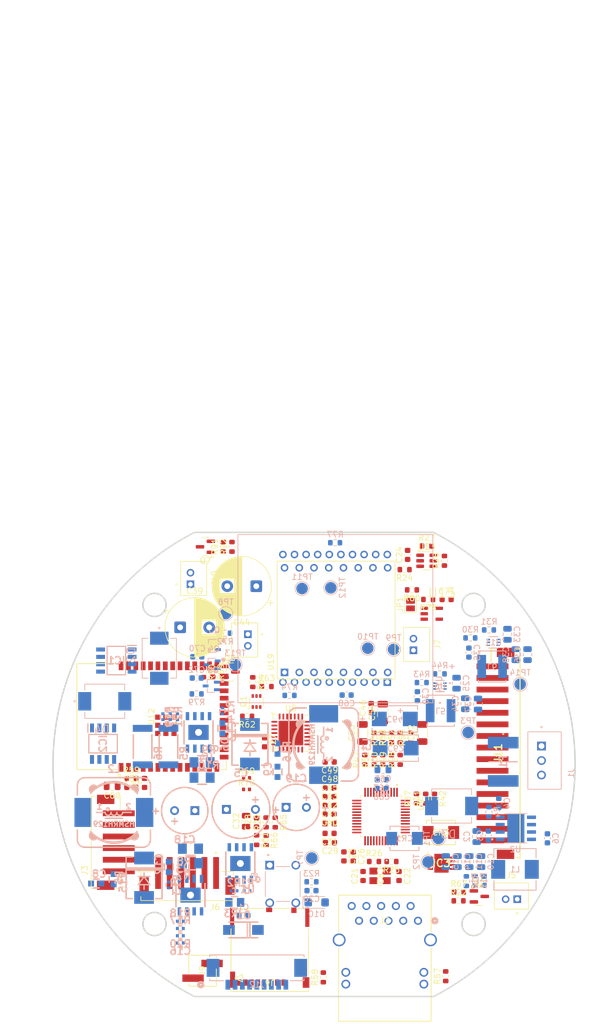
<source format=kicad_pcb>
(kicad_pcb (version 20241229) (generator "pcbnew") (generator_version "9.0")
  (layers (0 "F.Cu" signal) (2 "B.Cu" signal) (13 "F.Paste" user) (15 "B.Paste" user) (5 "F.SilkS" user "F.Silkscreen") (7 "B.SilkS" user "B.Silkscreen") (1 "F.Mask" user) (3 "B.Mask" user) (25 "Edge.Cuts" user))
  (net 0 "")
  (net 1 "GND")
  (net 2 "/MCU/~{EN_RST}")
  (net 3 "+3V3")
  (net 4 "+3V9")
  (net 5 "/MCU/SETUP")
  (net 6 "+12VDC")
  (net 7 "Net-(C4-Pad1)")
  (net 8 "/MCU/CELL_STATUS")
  (net 9 "/MCU/RX")
  (net 10 "/MCU/TX")
  (net 11 "/MCU/~{RTS}")
  (net 12 "/MCU/~{DTR}")
  (net 13 "/MCU/~{SD_CS}")
  (net 14 "Net-(U2-SW)")
  (net 15 "Net-(U2-BOOT)")
  (net 16 "Net-(U2-FB)")
  (net 17 "+5VDC")
  (net 18 "+5V")
  (net 19 "/MCU/~{PROG_RST}")
  (net 20 "Net-(U6-SW)")
  (net 21 "/MCU/IO0")
  (net 22 "Net-(U6-BST)")
  (net 23 "Net-(U14-~{RESET})")
  (net 24 "/MCU/CELL_ON_OFF")
  (net 25 "Net-(U14-ON_OFF)")
  (net 26 "/MCU/LED")
  (net 27 "/MCU/CELL_RST")
  (net 28 "/MCU/~{WD_RESET}")
  (net 29 "/MCU/WD_DONE")
  (net 30 "/MCU/CELL_RTS")
  (net 31 "/MCU/CELL_TX")
  (net 32 "/MCU/CELL_RX")
  (net 33 "/MCU/CELL_CTS")
  (net 34 "Net-(C21-Pad1)")
  (net 35 "Net-(U9-XI)")
  (net 36 "/Poe/POE+")
  (net 37 "/Poe/POE-")
  (net 38 "+12VP")
  (net 39 "+12V")
  (net 40 "+3.3VA")
  (net 41 "Net-(D3-PadA)")
  (net 42 "+5VP")
  (net 43 "Net-(F1-Pad1)")
  (net 44 "Net-(IC3-IN1)")
  (net 45 "Net-(IC3-IN4)")
  (net 46 "Net-(IC3-IN2)")
  (net 47 "Net-(IC3-IN3)")
  (net 48 "/Poe/TXP")
  (net 49 "/Poe/ACTLED")
  (net 50 "Net-(J2-RD+)")
  (net 51 "Net-(J2-RD-)")
  (net 52 "/Poe/LINKLED")
  (net 53 "Net-(J2-ANODE-Pad13)")
  (net 54 "Net-(J2-TCT)")
  (net 55 "Net-(J2-ANODE-Pad11)")
  (net 56 "Net-(J2-RCT)")
  (net 57 "/Poe/TXN")
  (net 61 "Net-(Q2-D)")
  (net 62 "/Outputs/SPK2")
  (net 63 "/Outputs/SPK1")
  (net 64 "Net-(Q6-D)")
  (net 65 "Net-(Q7-D)")
  (net 66 "/Outputs/SPARE1")
  (net 67 "/Outputs/MM_CTS")
  (net 69 "/Outputs/LED2")
  (net 70 "/Outputs/~{MM_RST}")
  (net 71 "/Outputs/MM_RX")
  (net 72 "/Outputs/MM_TX")
  (net 73 "/Outputs/SPARE2")
  (net 74 "/Outputs/MM_RTS")
  (net 75 "/Outputs/LED1")
  (net 77 "/Outputs/LED3")
  (net 79 "/Outputs/MM_SOP")
  (net 81 "/Outputs/MM_SYNC")
  (net 82 "Net-(Q1A-B1)")
  (net 83 "Net-(Q1B-B2)")
  (net 84 "Net-(Q2-G)")
  (net 85 "Net-(Q3-Pad1)")
  (net 86 "Net-(U14-STATUS)")
  (net 87 "Net-(Q6-G)")
  (net 88 "Net-(Q7-G)")
  (net 89 "Net-(U9-XO)")
  (net 90 "Net-(U9-PMODE2)")
  (net 91 "Net-(U9-PMODE1)")
  (net 92 "Net-(U9-PMODE0)")
  (net 93 "Net-(U6-FB)")
  (net 94 "/Poe/EXRES1")
  (net 95 "Net-(U9-RXN)")
  (net 96 "Net-(C54-Pad1)")
  (net 97 "/Poe/RXP")
  (net 98 "Net-(U13-DELAY{slash}M_RST)")
  (net 99 "Net-(U14-DTR)")
  (net 102 "/Poe/TOCAP")
  (net 109 "/Poe/MISO")
  (net 110 "/Poe/1V2")
  (net 111 "/Poe/MOSI")
  (net 112 "/Poe/~{SCSn}")
  (net 117 "/Poe/~{INTn}")
  (net 118 "/Poe/~{RSTn}")
  (net 119 "/Poe/SCLK")
  (net 128 "/Outputs/DF_RX")
  (net 130 "/Outputs/DF_BUSY")
  (net 131 "/Outputs/DF_TX")
  (net 138 "/Outputs/BUZZ")
  (net 139 "/Outputs/STROBE")
  (net 140 "Net-(C8-Pad1)")
  (net 141 "Net-(C9-Pad1)")
  (net 142 "Net-(D5-K)")
  (net 143 "Net-(C12-Pad2)")
  (net 144 "Net-(D6-K)")
  (net 145 "Net-(C13-Pad2)")
  (net 146 "Net-(U3-FB)")
  (net 147 "Net-(U4-FB)")
  (net 148 "Net-(U1-CLS)")
  (net 149 "Net-(U1-DEN)")
  (net 150 "Net-(R7-Pad1)")
  (net 151 "Net-(R10-Pad1)")
  (net 152 "Net-(U3-BS)")
  (net 153 "Net-(U4-BS)")
  (net 154 "Net-(U1-CDB)")
  (net 158 "Net-(U11-SW)")
  (net 159 "Net-(U11-BST)")
  (net 160 "/Expander/~{SD_CS}")
  (net 161 "/Expander/SD_DETECT")
  (net 162 "/Outputs/CAM_SD_SCLK")
  (net 163 "/Outputs/CAM_SD_MOSI")
  (net 164 "/Outputs/CAM_SD_MISO")
  (net 165 "/Outputs/~{CAM_CS}")
  (net 166 "/MCU/USB+")
  (net 167 "/MCU/USB-")
  (net 168 "/Poe/PGOOD")
  (net 169 "Net-(U11-FB)")
  (net 170 "/MCU/SDA")
  (net 171 "/MCU/SCL")
  (net 172 "/Expander/CELL_ON_OFF")
  (net 174 "/Expander/CELL_RST")
  (net 177 "/Expander/~{MM_RST}")
  (net 178 "/Expander/MM_SOP")
  (net 183 "/Expander/~{RSTn}")
  (net 185 "/Expander/MM_SYNC")
  (net 186 "/Expander/CELL_STATUS")
  (net 189 "/MCU/DF_RX")
  (net 190 "/MCU/ETH_SCLK")
  (net 191 "/MCU/~{INTn}")
  (net 192 "/MCU/CAM_SD_MOSI")
  (net 193 "/MCU/ETH_MOSI")
  (net 195 "/MCU/MM_CTS")
  (net 196 "/MCU/LED2")
  (net 197 "/MCU/~{CAM_CS}")
  (net 198 "/MCU/CAM_SD_MISO")
  (net 199 "/MCU/ETH_CS")
  (net 200 "/MCU/MM_RX")
  (net 201 "/MCU/CAM_SD_CLK")
  (net 202 "/MCU/LED1")
  (net 203 "/MCU/ETH_MISO")
  (net 205 "/MCU/MM_RTS")
  (net 207 "/MCU/LED3")
  (net 208 "/MCU/MM_TX")
  (net 209 "/MCU/DF_TX")
  (net 210 "/Expander/CAM_SD_MOSI")
  (net 211 "/Expander/CAM_SD_MISO")
  (net 212 "/Expander/CAM_SD_SCK")
  (net 213 "/Expander/WD_DONE")
  (net 216 "/Expander/~{IO_RST}")
  (net 217 "/Expander/SCL")
  (net 218 "/Expander/SDA")
  (net 220 "/MCU/~{IO_RST}")
  (footprint "Capacitor_SMD:C_1206_3216Metric" (layer "F.Cu") (at 161.151 85.375525 90)
    (property "Reference" "C52")
    (property "Value" "22nF")
  )
  (footprint "DFR0299:MODULE_DFR0299" (layer "F.Cu") (at 146.304 65.913 90)
    (property "Reference" "U19")
    (property "Value" "DFR0299")
  )
  (footprint "Resistor_SMD:R_0603_1608Metric" (layer "F.Cu") (at 144.1 127.5 90)
    (property "Reference" "R58")
    (property "Value" "330")
  )
  (footprint "Capacitor_SMD:C_0603_1608Metric" (layer "F.Cu") (at 165.354 62.357)
    (property "Reference" "C71")
    (property "Value" "0.1uF")
  )
  (footprint "Resistor_SMD:R_0603_1608Metric" (layer "F.Cu") (at 123.444 74.93 -90)
    (property "Reference" "R90")
    (property "Value" "100")
  )
  (footprint "Capacitor_THT:CP_Radial_D10.0mm_P5.00mm" (layer "F.Cu") (at 119.4215 67.17)
    (property "Reference" "C39")
    (property "Value" "470uF")
  )
  (footprint "74AHC1G08:SOT95P280X140-5N" (layer "F.Cu") (at 162.7886 64.8208)
    (property "Reference" "U15")
    (property "Value" "74AHC1G08")
  )
  (footprint "Jumper:SolderJumper-2_P1.3mm_Open_Pad1.0x1.5mm" (layer "F.Cu") (at 159.131 63.246 90)
    (property "Reference" "JP1")
    (property "Value" "SolderJumper_2_Open")
  )
  (footprint "Capacitor_SMD:C_1206_3216Metric" (layer "F.Cu") (at 154.351 81.875525 90)
    (property "Reference" "C54")
    (property "Value" "6.9nF")
  )
  (footprint "Resistor_SMD:R_0603_1608Metric" (layer "F.Cu") (at 130.9746 82.4992 180)
    (property "Reference" "R62")
    (property "Value" "10k")
  )
  (footprint "Package_TO_SOT_SMD:SOT-23" (layer "F.Cu") (at 123.782177 53.285 180)
    (property "Reference" "Q7")
    (property "Value" "AO3400A")
  )
  (footprint "Resistor_SMD:R_0603_1608Metric" (layer "F.Cu") (at 152.851 90.000525 90)
    (property "Reference" "R51")
    (property "Value" "0")
  )
  (footprint "Resistor_SMD:R_0603_1608Metric" (layer "F.Cu") (at 132.6088 103.836 -90)
    (property "Reference" "R61")
    (property "Value" "10k")
  )
  (footprint "Capacitor_SMD:C_0805_2012Metric" (layer "F.Cu") (at 107.696 94.488 180)
    (property "Reference" "C60")
    (property "Value" "10uF")
  )
  (footprint "Capacitor_SMD:C_0603_1608Metric" (layer "F.Cu") (at 145.201 91.875525 180)
    (property "Reference" "C48")
    (property "Value" "0.1uF")
  )
  (footprint "Resistor_SMD:R_0603_1608Metric" (layer "F.Cu") (at 165.2 127.3 90)
    (property "Reference" "R57")
    (property "Value" "330")
  )
  (footprint "B2B-PH-K-S:JST_B2B-PH-K-S" (layer "F.Cu") (at 176.53 113.4795)
    (property "Reference" "J5")
    (property "Value" "B2B-PH-K-S")
  )
  (footprint "Resistor_SMD:R_0603_1608Metric" (layer "F.Cu") (at 131.9398 76.6064 -90)
    (property "Reference" "R64")
    (property "Value" "10k")
  )
  (footprint "Capacitor_SMD:C_0603_1608Metric" (layer "F.Cu") (at 145.201 93.375525 180)
    (property "Reference" "C45")
    (property "Value" "0.1uF")
  )
  (footprint "ESP32-S3-WROOM-1-N16R8:ESP32-S3-WROOM-1_EXP" (layer "F.Cu") (at 114.5 82.55 90)
    (property "Reference" "U12")
    (property "Value" "ESP32-S3-WROOM-1-N16R8")
  )
  (footprint "Resistor_SMD:R_0603_1608Metric" (layer "F.Cu") (at 151.251 90.000525 90)
    (property "Reference" "R47")
    (property "Value" "12.4k 1%")
  )
  (footprint "Capacitor_SMD:C_0603_1608Metric" (layer "F.Cu") (at 150.951 110.026525 90)
    (property "Reference" "C21")
    (property "Value" "18pF")
  )
  (footprint "Resistor_SMD:R_0603_1608Metric" (layer "F.Cu") (at 157.351 90.000525 90)
    (property "Reference" "R48")
    (property "Value" "0")
  )
  (footprint "Capacitor_SMD:C_0603_1608Metric" (layer "F.Cu") (at 157.151 110.026525 -90)
    (property "Reference" "C22")
    (property "Value" "18pF")
  )
  (footprint "Capacitor_SMD:C_0603_1608Metric" (layer "F.Cu") (at 110.998 94.742)
    (property "Reference" "C61")
    (property "Value" "0.1uF")
  )
  (footprint "Resistor_SMD:R_0603_1608Metric" (layer "F.Cu") (at 159.151 86.175525 90)
    (property "Reference" "R56")
    (property "Value" "10 1%")
  )
  (footprint "Capacitor_SMD:C_0603_1608Metric" (layer "F.Cu") (at 145.176 99.375525 180)
    (property "Reference" "C40")
    (property "Value" "0.1uF")
  )
  (footprint "87898-0204:87898-0204_MOL" (layer "F.Cu") (at 123.28398 126.365 90)
    (property "Reference" "J9")
    (property "Value" "878980204")
  )
  (footprint "Capacitor_SMD:C_0603_1608Metric" (layer "F.Cu") (at 133.985 86.982 -90)
    (property "Reference" "C27")
    (property "Value" "0.1uF")
  )
  (footprint "ARJM11D7_114_AB_EW2:CONN_ARJM11D7-114-AB-EW2_ABR" (layer "F.Cu") (at 160.419999 117.739999)
    (property "Reference" "J2")
    (property "Value" "ARJM11D7-114-AB-EW2")
  )
  (footprint "Capacitor_SMD:C_0805_2012Metric" (layer "F.Cu") (at 130.78 100.5848 90)
    (property "Reference" "C32")
    (property "Value" "10uF")
  )
  (footprint "Capacitor_SMD:C_0603_1608Metric" (layer "F.Cu") (at 147.651 106.650525 -90)
    (property "Reference" "C23")
    (property "Value" "18pF")
  )
  (footprint "Resistor_SMD:R_0603_1608Metric" (layer "F.Cu") (at 159.385 60.706 180)
    (property "Reference" "R80")
    (property "Value" "10k")
  )
  (footprint "Resistor_SMD:R_0603_1608Metric" (layer "F.Cu") (at 125.044 74.855 -90)
    (property "Reference" "R89")
    (property "Value" "100k")
  )
  (footprint "Package_TO_SOT_SMD:SOT-23" (layer "F.Cu") (at 170.9875 113.5455)
    (property "Reference" "Q2")
    (property "Value" "BSS138")
  )
  (footprint "Capacitor_SMD:C_0603_1608Metric" (layer "F.Cu") (at 149.251 106.675525 -90)
    (property "Reference" "C26")
    (property "Value" "0.1uF")
  )
  (footprint "Capacitor_SMD:C_0603_1608Metric" (layer "F.Cu") (at 145.176 94.875525 180)
    (property "Reference" "C43")
    (property "Value" "0.1uF")
  )
  (footprint "Resistor_SMD:R_0603_1608Metric" (layer "F.Cu") (at 155.851 86.175525 90)
    (property "Reference" "R54")
    (property "Value" "49.9 1%")
  )
  (footprint "Resistor_SMD:R_0603_1608Metric" (layer "F.Cu") (at 163.251 96.700525 -90)
    (property "Reference" "R42")
    (property "Value" "10k")
  )
  (footprint "5033981892:CONN_503398-1892_MOL" (layer "F.Cu") (at 134.862001 122.7739 180)
    (property "Reference" "J4")
    (property "Value" "5033981892")
  )
  (footprint "Resistor_SMD:R_0603_1608Metric" (layer "F.Cu") (at 134.2344 100.788 90)
    (property "Reference" "R29")
    (property "Value" "10k")
  )
  (footprint "Package_TO_SOT_SMD:SOT-23" (layer "F.Cu") (at 128.0065 74.855)
    (property "Reference" "Q6")
    (property "Value" "AO3400A")
  )
  (footprint "Capacitor_SMD:C_0603_1608Metric" (layer "F.Cu") (at 113.284 93.98 90)
    (property "Reference" "C57")
    (property "Value" "1uF")
  )
  (footprint "B6B-PH-SM4-TB:JST_B6B-PH-SM4-TB" (layer "F.Cu") (at 106.589 104.22 90)
    (property "Reference" "J3")
    (property "Value" "B6B-PH-SM4-TB")
  )
  (footprint "Package_TO_SOT_SMD:SOT-23-6" (layer "F.Cu") (at 161.9305 55.692)
    (property "Reference" "U13")
    (property "Value" "TPL5010")
  )
  (footprint "Resistor_SMD:R_0603_1608Metric" (layer "F.Cu") (at 110.998 93.218)
    (property "Reference" "R59")
    (property "Value" "10k")
  )
  (footprint "Resistor_SMD:R_0603_1608Metric" (layer "F.Cu") (at 152.851 107.526525)
    (property "Reference" "R26")
    (property "Value" "1M")
  )
  (footprint "SMBJ15A:DO-214AASMB_J-BEND_LTF" (layer "F.Cu") (at 164.365 102.523)
    (property "Reference" "CR3")
    (property "Value" "SMBJ15A")
  )
  (footprint "Resistor_SMD:R_0603_1608Metric" (layer "F.Cu") (at 154.351 90.000525 90)
    (property "Reference" "R50")
    (property "Value" "0")
  )
  (footprint "Resistor_SMD:R_0603_1608Metric" (layer "F.Cu") (at 158.1205 57.216 180)
    (property "Reference" "R24")
    (property "Value" "42.9k")
  )
  (footprint "B2B-PH-K-S:JST_B2B-PH-K-S" (layer "F.Cu") (at 160.189 70.12 -90)
    (property "Reference" "J7")
    (property "Value" "B2B-PH-K-S")
  )
  (footprint "Resistor_SMD:R_0603_1608Metric" (layer "F.Cu") (at 134.2344 103.8868 -90)
    (property "Reference" "R66")
    (property "Value" "10k")
  )
  (footprint "B2B-PH-K-S:JST_B2B-PH-K-S" (layer "F.Cu") (at 130.544 69.355 90)
    (property "Reference" "J8")
    (property "Value" "B2B-PH-K-S")
  )
  (footprint "Resistor_SMD:R_0603_1608Metric" (layer "F.Cu") (at 134.3274 77.3684)
    (property "Reference" "R63")
    (property "Value" "10k")
  )
  (footprint "B2B-PH-K-S:JST_B2B-PH-K-S" (layer "F.Cu") (at 121.750177 58.746 -90)
    (property "Reference" "J10")
    (property "Value" "B2B-PH-K-S")
  )
  (footprint "Capacitor_SMD:C_0603_1608Metric" (layer "F.Cu") (at 132.588 100.8002 90)
    (property "Reference" "C28")
    (property "Value" "0.1uF")
  )
  (footprint "B6B-PH-SM4-TB:JST_B6B-PH-SM4-TB" (layer "F.Cu") (at 120.616 111.76 180)
    (property "Reference" "J6")
    (property "Value" "B6B-PH-SM4-TB")
  )
  (footprint "W5500:QFP50P900X900X160-48N" (layer "F.Cu") (at 154.051 99.775525 -90)
    (property "Reference" "U9")
    (property "Value" "W5500")
  )
  (footprint "Resistor_SMD:R_0603_1608Metric" (layer "F.Cu") (at 161.751 96.700525 90)
    (property "Reference" "R41")
    (property "Value" "10k")
  )
  (footprint "B16B-PH-SM4-TB_LF__SN_:B16BPHSM4TBLFSN" (layer "F.Cu") (at 175.514 88.89 -90)
    (property "Reference" "J11")
    (property "Value" "B16B-PH-SM4-TB_LF__SN_" (hide yes))
  )
  (footprint "BOURNS_MH1608:IND_BOURNS_MH1608" (layer "F.Cu") (at 145.176 100.975525 180)
    (property "Reference" "L4")
    (property "Value" "MH1608-121Y")
  )
  (footprint "Capacitor_SMD:C_0603_1608Metric" (layer "F.Cu") (at 145.201 90.375525 180)
    (property "Reference" "C49")
    (property "Value" "10uF")
  )
  (footprint "Resistor_SMD:R_0603_1608Metric" (layer "F.Cu") (at 135.8092 100.8002 -90)
    (property "Reference" "R65")
    (property "Value" "10k")
  )
  (footprint "Resistor_SMD:R_0603_1608Metric" (layer "F.Cu") (at 167.417 114.3075)
    (property "Reference" "R22")
    (property "Value" "10k")
  )
  (footprint "Resistor_SMD:R_0603_1608Metric" (layer "F.Cu") (at 155.851 107.526525 180)
    (property "Reference" "R25")
    (property "Value" "0")
  )
  (footprint "Resistor_SMD:R_0402_1005Metric" (layer "F.Cu") (at 130.8608 93.1076)
    (property "Reference" "R69")
    (property "Value" "10k_0402_0402WGF1002TCE")
  )
  (footprint "Resistor_SMD:R_0603_1608Metric" (layer "F.Cu") (at 162.179 62.357 180)
    (property "Reference" "R78")
    (property "Value" "10k")
  )
  (footprint "Resistor_SMD:R_0603_1608Metric" (layer "F.Cu") (at 167.48 112.7835)
    (property "Reference" "R67")
    (property "Value" "100")
  )
  (footprint "Capacitor_SMD:C_0603_1608Metric" (layer "F.Cu") (at 152.351 81.075525 90)
    (property "Reference" "C46")
    (property "Value" "10nF")
  )
  (footprint "Resistor_SMD:R_0603_1608Metric" (layer "F.Cu") (at 157.351 86.200525 90)
    (property "Reference" "R52")
    (property "Value" "49.9 1%")
  )
  (footprint "Capacitor_SMD:C_0603_1608Metric" (layer "F.Cu") (at 158.6285 54.676 90)
    (property "Reference" "C24")
    (property "Value" "0.1uF")
  )
  (footprint "Resistor_SMD:R_0603_1608Metric" (layer "F.Cu") (at 126.830177 53.285 90)
    (property "Reference" "R91")
    (property "Value" "100k")
  )
  (footprint "Capacitor_SMD:C_1206_3216Metric" (layer "F.Cu") (at 150.851 85.375525 90)
    (property "Reference" "C53")
    (property "Value" "6.9nF")
  )
  (footprint "Package_TO_SOT_SMD:SOT-363_SC-70-6" (layer "F.Cu") (at 132.5852 79.949 90)
    (property "Reference" "Q1")
    (property "Value" "MBT3904DW1")
  )
  (footprint "Capacitor_SMD:C_0603_1608Metric" (layer "F.Cu") (at 145.176 97.875525 180)
    (property "Reference" "C41")
    (property "Value" "0.1uF")
  )
  (footprint "Resistor_SMD:R_0603_1608Metric" (layer "F.Cu") (at 164.9785 55.692 90)
    (property "Reference" "R28")
    (property "Value" "10k")
  )
  (footprint "Capacitor_SMD:C_0603_1608Metric" (layer "F.Cu") (at 145.151 96.375525 180)
    (property "Reference" "C42")
    (property "Value" "0.1uF")
  )
  (footprint "Package_DFN_QFN:QFN-28-1EP_6x6mm_P0.65mm_EP4.25x4.25mm" (layer "F.Cu") (at 138.5135 85.389)
    (property "Reference" "U5")
    (property "Value" "MCP23017_ML")
  )
  (footprint "Resistor_SMD:R_0603_1608Metric" (layer "F.Cu") (at 152.851 86.175525 -90)
    (property "Reference" "R53")
    (property "Value" "82 1%")
  )
  (footprint "Resistor_SMD:R_0402_1005Metric" (layer "F.Cu") (at 130.8608 95.0976)
    (property "Reference" "R70")
    (property "Value" "10k_0402_0402WGF1002TCE")
  )
  (footprint "Resistor_SMD:R_0603_1608Metric" (layer "F.Cu") (at 128.354177 53.285 90)
    (property "Reference" "R92")
    (property "Value" "100")
  )
  (footprint "Capacitor_SMD:C_0603_1608Metric" (layer "F.Cu") (at 145.251 104.275525 180)
    (property "Reference" "C29")
    (property "Value" "10nF")
  )
  (footprint "Resistor_SMD:R_0603_1608Metric" (layer "F.Cu") (at 154.351 86.175525 90)
    (property "Reference" "R55")
    (property "Value" "82 1%")
  )
  (footprint "Capacitor_SMD:C_0603_1608Metric" (layer "F.Cu") (at 145.176 102.675525 180)
    (property "Reference" "C31")
    (property "Value" "10nF")
  )
  (footprint "Resistor_SMD:R_0603_1608Metric" (layer "F.Cu") (at 160.151 96.700525 90)
    (property "Reference" "R37")
    (property "Value" "10k")
  )
  (footprint "KTA1170GVAE-TB:SON65P400X400X80-9N" (layer "F.Cu") (at 164.465 107.823)
    (property "Reference" "IC3")
    (property "Value" "KTA1170GVAE-TB" (hide yes))
  )
  (footprint "7M_25_000MAAJ_T:CRYSTAL_TXC_7M" (layer "F.Cu") (at 153.8813 110.001025 -90)
    (property "Reference" "CR2")
    (property "Value" "7M-25.000MAAJ-T")
  )
  (footprint "Capacitor_THT:CP_Radial_D10.0mm_P5.00mm" (layer "F.Cu") (at 132.542677 60.071 180)
    (property "Reference" "C44")
    (property "Value" "470uF")
  )
  (footprint "Resistor_SMD:R_0603_1608Metric" (layer "F.Cu") (at 161.9305 53.152)
    (property "Reference" "R27")
    (property "Value" "10k")
  )
  (footprint "Resistor_SMD:R_0603_1608Metric" (layer "F.Cu") (at 155.851 90.000525 90)
    (property "Reference" "R49")
    (property "Value" "0")
  )
  (footprint "B3B-XH-A:JST_B3B-XH-A" (layer "B.Cu") (at 182.2366 90.1236 90)
    (property "Reference" "J1")
    (property "Value" "B3B-XH-A")
  )
  (footprint "T495X107M025ATE150:CAPMP7.6X4.3_4.3N_KEM" (layer "B.Cu") (at 156.5656 87.9856)
    (property "Reference" "C62")
    (property "Value" "100uF")
  )
  (footprint "Capacitor_SMD:C_0805_2012Metric" (layer "B.Cu") (at 170.766 80.384 -90)
    (property "Reference" "C37")
    (property "Value" "22uF")
  )
  (footprint "PDTC114EU_115:SOT65P210X110-3N" (layer "B.Cu") (at 124.968 70.358 180)
    (property "Reference" "Q3")
    (property "Value" "PDTC114EU_115")
  )
  (footprint "OLIMEX_RLC-FP:R_2512_MM_DWS" (layer "B.Cu") (at 117.4068 87.722 90)
    (property "Reference" "R5")
    (property "Value" "9.1k/1W/R2512")
  )
  (footprint "Resistor_SMD:R_0603_1608Metric" (layer "B.Cu") (at 122.2634 78.6384)
    (property "Reference" "R79")
    (property "Value" "10k")
  )
  (footprint "LMR33630ADDAR:VREG_LM5017MR_NOPB" (layer "B.Cu") (at 177.2866 101.8066)
    (property "Reference" "U2")
    (property "Value" "LMR33630ADDAR")
  )
  (footprint "Capacitor_SMD:C_0603_1608Metric" (layer "B.Cu") (at 154.178 94.9452)
    (property "Reference" "C66")
    (property "Value" "0.1uF")
  )
  (footprint "OLIMEX_RLC-FP:C_0603_5MIL_DWS" (layer "B.Cu") (at 117.4528 108.461 -90)
    (property "Reference" "C12")
    (property "Value" "100nF/100V/10%/X7R/C0603")
  )
  (footprint "TestPoint:TestPoint_Pad_D2.0mm" (layer "B.Cu") (at 140.4366 60.4774 180)
    (property "Reference" "TP11")
    (property "Value" "TestPoint")
  )
  (footprint "TestPoint:TestPoint_Pad_D2.0mm" (layer "B.Cu") (at 162.1536 107.6096 -90)
    (property "Reference" "TP2")
    (property "Value" "5VIN")
  )
  (footprint "Resistor_SMD:R_0603_1608Metric" (layer "B.Cu") (at 172.6594 67.6148 180)
    (property "Reference" "R31")
    (property "Value" "20k 1%")
  )
  (footprint "NRS5024T2R2NMGJ:IND_NRS5024_TAY" (layer "B.Cu") (at 164.316 81.534)
    (property "Reference" "L5")
    (property "Value" "NRS5024T2R2NMGJ-2.2hF")
  )
  (footprint "OLIMEX_RLC-FP:R_0402_5MIL_DWS" (layer "B.Cu") (at 118.9528 82.572 -90)
    (property "Reference" "R19")
    (property "Value" "5.23k/1%/R0402")
  )
  (footprint "Capacitor_SMD:C_0603_1608Metric" (layer "B.Cu") (at 169.1928 71.5134 90)
    (property "Reference" "C35")
    (property "Value" "0.1uF")
  )
  (footprint "Resistor_SMD:R_0603_1608Metric" (layer "B.Cu") (at 168.7576 110.9116 90)
    (property "Reference" "R12")
    (property "Value" "24.9k")
  )
  (footprint "Capacitor_SMD:C_0805_2012Metric" (layer "B.Cu") (at 168.566 80.334 -90)
    (property "Reference" "C34")
    (property "Value" "22uF")
  )
  (footprint "TestPoint:TestPoint_Pad_D2.0mm" (layer "B.Cu") (at 163.9316 103.5456 -90)
    (property "Reference" "TP1")
    (property "Value" "12V")
  )
  (footprint "OLIMEX_Regulators-FP:ESOIC-8" (layer "B.Cu") (at 121.2028 113.322)
    (property "Reference" "U3")
    (property "Value" "TX4138(ESOIC-8)")
  )
  (footprint "TS02-66-55-BK-160-LCR-D:SW_TS02-66-55-BK-160-LCR-D" (layer "B.Cu") (at 137.1092 111.4044 -90)
    (property "Reference" "S1")
    (property "Value" "TS02-66-55-BK-160-LCR-D")
  )
  (footprint "Capacitor_SMD:C_0805_2012Metric" (layer "B.Cu") (at 167.066 76.784 90)
    (property "Reference" "C25")
    (property "Value" "10uF")
  )
  (footprint "SMBJ15A:DO-214AASMB_J-BEND_LTF" (layer "B.Cu") (at 158.0896 103.5456 180)
    (property "Reference" "CR1")
    (property "Value" "SMBJ15A")
  )
  (footprint "Capacitor_SMD:C_0805_2012Metric" (layer "B.Cu") (at 179.302 71.8668 -90)
    (property "Reference" "C36")
    (property "Value" "22uF")
  )
  (footprint "Capacitor_SMD:C_0805_2012Metric" (layer "B.Cu") (at 154.3812 91.5924)
    (property "Reference" "C65")
    (property "Value" "10uF")
  )
  (footprint "TestPoint:TestPoint_Pad_D2.0mm" (layer "B.Cu") (at 169.066 85.284 180)
    (property "Reference" "TP3")
    (property "Value" "3V3")
  )
  (footprint "OLIMEX_RLC-FP:R_0603_5MIL_DWS" (layer "B.Cu") (at 136.2028 88.072 90)
    (property "Reference" "R16")
    (property "Value" "NA(22R/R0603)")
  )
  (footprint "OLIMEX_Regulators-FP:ESOIC-8" (layer "B.Cu") (at 129.7978 107.872 180)
    (property "Reference" "U1")
    (property "Value" "TPS2378DDAR(HSOIC-8)")
  )
  (footprint "PDTC114EU_115:SOT65P210X110-3N" (layer "B.Cu") (at 124.9172 73.6092 180)
    (property "Reference" "Q4")
    (property "Value" "PDTC114EU_115")
  )
  (footprint "OLIMEX_RLC-FP:R_0402_5MIL_DWS" (layer "B.Cu") (at 128.7108 112.572 180)
    (property "Reference" "R2")
    (property "Value" "1.27k 1% 62.5mW")
  )
  (footprint "TestPoint:TestPoint_Pad_D2.0mm" (layer "B.Cu") (at 145.3896 60.3504 90)
    (property "Reference" "TP12")
    (property "Value" "TestPoint")
  )
  (footprint "TestPoint:TestPoint_Pad_D2.0mm" (layer "B.Cu") (at 142.113 106.934 -90)
    (property "Reference" "TP7")
    (property "Value" "TestPoint")
  )
  (footprint "AP62201Z6_7:SOT563-Z6_1_DIO" (layer "B.Cu") (at 164.2151 77.283999 180)
    (property "Reference" "U6")
    (property "Value" "AP62201Z6-7")
  )
  (footprint "OLIMEX_RLC-FP:R_0805_5MIL_DWS" (layer "B.Cu") (at 128.8258 114.572)
    (property "Reference" "R3")
    (property "Value" "66.5R 1% 125mW 0805")
  )
  (footprint "OLIMEX_RLC-FP:C_0603_5MIL_DWS" (layer "B.Cu") (at 104.9528 111.322 180)
    (property "Reference" "C8")
    (property "Value" "NA(220pF/100V/C0603)")
  )
  (footprint "2920L400_15MR:2920L07560MR" (layer "B.Cu") (at 175.1076 90.3396 -90)
    (property "Reference" "F1")
    (property "Value" "2920L400_15MR" (hide yes))
  )
  (footprint "Capacitor_SMD:C_0805_2012Metric" (layer "B.Cu") (at 169.2656 107.5436 90)
    (property "Reference" "C11")
    (property "Value" "22uF")
  )
  (footprint "Capacitor_SMD:C_0805_2012Metric" (layer "B.Cu") (at 170.5356 103.2256 -90)
    (property "Reference" "C2")
    (property "Value" "10uF")
  )
  (footprint "Resistor_SMD:R_0603_1608Metric" (layer "B.Cu") (at 170.2816 110.8486 90)
    (property "Reference" "R11")
    (property "Value" "100k")
  )
  (footprint "TestPoint:TestPoint_Pad_D2.0mm" (layer "B.Cu") (at 128.905 73.6092 180)
    (property "Reference" "TP13")
    (property "Value" "TestPoint")
  )
  (footprint "OLIMEX_RLC-FP:R_0402_5MIL_DWS" (layer "B.Cu") (at 117.7028 82.564 90)
    (property "Reference" "R21")
    (property "Value" "30.1k/1%/R0402")
  )
  (footprint "NRS5024T2R2NMGJ:IND_NRS5024_TAY" (layer "B.Cu") (at 173.206 73.914)
    (property "Reference" "L6")
    (property "Value" "NRS5024T2R2NMGJ-2.2hF")
  )
  (footprint "OLIMEX_RLC-FP:R_0402_5MIL_DWS" (layer "B.Cu") (at 117.4528 111.572 90)
    (property "Reference" "R13")
    (property "Value" "4.7")
  )
  (footprint "OLIMEX_RLC-FP:R_0402_5MIL_DWS" (layer "B.Cu") (at 126.7028 81.572 90)
    (property "Reference" "R14")
    (property "Value" "4.7R/R0402")
  )
  (footprint "Resistor_SMD:R_0603_1608Metric" (layer "B.Cu") (at 169.4468 68.9864 180)
    (property "Reference" "R30")
    (property "Value" "78k 1%")
  )
  (footprint "OLIMEX_Diodes-FP:DO214AB(SMC)_1(K)-2(A)" (layer "B.Cu") (at 113.2028 110.322 -90)
    (property "Reference" "D5")
    (property "Value" "SS510/100V/5A/0.85V/DO214AB(SMC)")
  )
  (footprint "Capacitor_SMD:C_0603_1608Metric" (layer "B.Cu") (at 130.3258 116.822 180)
    (property "Reference" "C1")
    (property "Value" "100nF/100V/10%/X7R/C0603")
  )
  (footprint "Resistor_SMD:R_0603_1608Metric" (layer "B.Cu") (at 138.2776 78.8924 180)
    (property "Reference" "R74")
    (property "Value" "1k")
  )
  (footprint "Capacitor_SMD:C_0805_2012Metric" (layer "B.Cu") (at 167.2336 107.5436 90)
    (property "Reference" "C14")
    (property "Value" "22uF")
  )
  (footprint "TestPoint:TestPoint_Pad_D2.0mm" (layer "B.Cu") (at 178.032 76.962 180)
    (property "Reference" "TP14")
    (property "Value" "3V9")
  )
  (footprint "OLIMEX_RLC-FP:R_0402_5MIL_DWS" (layer "B.Cu") (at 130.9528 112.572 180)
    (property "Reference" "R1")
    (property "Value" "24.9k 1%")
  )
  (footprint "OLIMEX_RLC-FP:CPOL-RM3.5mm_8.0x11.5mm_PTH" (layer "B.Cu") (at 120.21 98.7552)
    (property "Reference" "C18")
    (property "Value" "220uF/35V/20%8x12MM/LOW ESR")
  )
  (footprint "OLIMEX_RLC-FP:HSMRH129_12.0x12.5x9.5(max)" (layer "B.Cu") (at 108.0028 99.072)
    (property "Reference" "L2")
    (property "Value" "33uH/5.5A/60mR/20%/YSRH129-330M")
  )
  (footprint "Resistor_SMD:R_0603_1608Metric" (layer "B.Cu") (at 127.191 68.1736)
    (property "Reference" "R72")
    (property "Value" "0")
  )
  (footprint "TestPoint:TestPoint_Pad_D2.0mm" (layer "B.Cu") (at 156.21 70.9676 180)
    (property "Reference" "TP9")
    (property "Value" "TestPoint")
  )
  (footprint "OLIMEX_RLC-FP:C_0603_5MIL_DWS" (layer "B.Cu") (at 136.2028 92.072 -90)
    (property "Reference" "C9")
    (property "Value" "NA(220pF/100V/C0603)")
  )
  (footprint "OLIMEX_Diodes-FP:SMA-KA" (layer "B.Cu") (at 130.3258 119.322 180)
    (property "Reference" "D1")
    (property "Value" "SMAJ58A/SMA")
  )
  (footprint "SRP7028A:IND_SRP7028A_BRN" (layer "B.Cu") (at 177.1396 108.8796 180)
    (property "Reference" "L1")
    (property "Value" "SRP7028A-150M")
  )
  (footprint "Capacitor_SMD:C_0603_1608Metric" (layer "B.Cu") (at 122.2756 75.8952 180)
    (property "Reference" "C72")
    (property "Value" "10nF")
  )
  (footprint "OLIMEX_RLC-FP:C_0402_5MIL_DWS" (layer "B.Cu") (at 116.4528 82.572 90)
    (property "Reference" "C17")
    (property "Value" "12pF/50V/5%/C0G/C0402")
  )
  (footprint "OLIMEX_RLC-FP:R_0402_5MIL_DWS" (layer "B.Cu") (at 119.4528 119.072 180)
    (property "Reference" "R17")
    (property "Value" "2.05k 1%")
  )
  (footprint "Capacitor_SMD:C_0603_1608Metric" (layer "B.Cu") (at 174.3456 97.4366 90)
    (property "Reference" "C4")
    (property "Value" "1uF")
  )
  (footprint "Capacitor_SMD:C_0603_1608Metric" (layer "B.Cu") (at 122.3772 72.2376 180)
    (property "Reference" "C70")
    (property "Value" "10nF")
  )
  (footprint "Capacitor_SMD:C_0603_1608Metric" (layer "B.Cu") (at 182.7276 103.5326 90)
    (property "Reference" "C6")
    (property "Value" "0.1uF")
  )
  (footprint "Capacitor_SMD:C_0603_1608Metric" (layer "B.Cu") (at 154.178 93.4212)
    (property "Reference" "C67")
    (property "Value" "10nF")
  )
  (footprint "Resistor_SMD:R_0603_1608Metric" (layer "B.Cu") (at 164.166 75.184 180)
    (property "Reference" "R44")
    (property "Value" "20k 1%")
  )
  (footprint "Resistor_SMD:R_0603_1608Metric" (layer "B.Cu") (at 172.6416 98.9716 90)
    (property "Reference" "R4")
    (property "Value" "100k")
  )
  (footprint "TestPoint:TestPoint_Pad_D2.0mm" (layer "B.Cu") (at 127.2794 64.7954 180)
    (property "Reference" "TP8")
    (property "Value" "TestPoint")
  )
  (footprint "OLIMEX_RLC-FP:R_2512_MM_DWS" (layer "B.Cu") (at 112.9528 87.722 90)
    (property "Reference" "R6")
    (property "Value" "9.1k/1W/R2512")
  )
  (footprint "Diode_SMD:D_SMF" (layer "B.Cu") (at 142.9512 114.5794)
    (property "Reference" "D10")
    (property "Value" "SMF33A")
  )
  (footprint "Resistor_SMD:R_0603_1608Metric" (layer "B.Cu") (at 161.066 76.684 180)
    (property "Reference" "R43")
    (property "Value" "63k 1%")
  )
  (footprint "532610971:CONN_532610001-SD_09_MOL" (layer "B.Cu") (at 132.645 125.852499 180)
    (property "Reference" "J12")
    (property "Value" "532610971")
  )
  (footprint "OLIMEX_RLC-FP:R_0402_5MIL_DWS" (layer "B.Cu") (at 119.4528 117.822 180)
    (property "Reference" "R18")
    (property "Value" "2.05k 1%")
  )
  (footprint "TestPoint:TestPoint_Pad_D2.0mm" (layer "B.Cu") (at 151.765 70.7644 180)
    (property "Reference" "TP10")
    (property "Value" "TestPoint")
  )
  (footprint "AP62201Z6_7:SOT563-Z6_1_DIO" (layer "B.Cu") (at 173.3965 69.756401 180)
    (property "Reference" "U11")
    (property "Value" "AP62201Z6-7")
  )
  (footprint "SS34:DIOM7959X265N" (layer "B.Cu") (at 106.426 79.9084)
    (property "Reference" "D4")
    (property "Value" "SS54")
  )
  (footprint "OLIMEX_RLC-FP:CPOL-RM5mm_10.0x16.0mm_PTH" (layer "B.Cu") (at 129.8956 98.552 180)
    (property "Reference" "C5")
    (property "Value" "100uF/63V/20%/Low_ESR/RM5/10x13MM")
  )
  (footprint "OLIMEX_RLC-FP:C_0402_5MIL_DWS" (layer "B.Cu") (at 119.4528 121.572)
    (property "Reference" "C16")
    (property "Value" "12pF/50V/5%/C0G/C0402")
  )
  (footprint "Capacitor_SMD:C_0603_1608Metric" (layer "B.Cu") (at 142.0622 112.5474)
    (property "Reference" "C20")
    (property "Value" "0.1uF")
  )
  (footprint "Capacitor_SMD:C_0805_2012Metric" (layer "B.Cu") (at 175.8476 68.3616 90)
    (property "Reference" "C33")
    (property "Value" "10uF")
  )
  (footprint "OLIMEX_RLC-FP:HSMRH129_12.0x12.5x9.5(max)" (layer "B.Cu") (at 144.1596 87.3592 -90)
    (property "Reference" "L3")
    (property "Value" "33uH/5.5A/60mR/20%/YSRH129-330M")
  )
  (footprint "Resistor_SMD:R_0603_1608Metric" (layer "B.Cu") (at 142.0622 111.0234 180)
    (property "Reference" "R23")
    (property "Value" "10k")
  )
  (footprint "Capacitor_SMD:C_0603_1608Metric" (layer "B.Cu") (at 172.5516 103.0566 -90)
    (property "Reference" "C3")
    (property "Value" "0.22uF")
  )
  (footprint "OLIMEX_RLC-FP:C_0603_5MIL_DWS" (layer "B.Cu") (at 126.7028 84.572 90)
    (property "Reference" "C13")
    (property "Value" "100nF/100V/10%/X7R/C0603")
  )
  (footprint "OLIMEX_RLC-FP:R_1206_5MIL_DWS" (layer "B.Cu") (at 121.2028 107.822)
    (property "Reference" "R7")
    (property "Value" "0.03R/1%/R1206")
  )
  (footprint "Capacitor_SMD:C_0603_1608Metric" (layer "B.Cu") (at 160.316 79.034 90)
    (property "Reference" "C30")
    (property "Value" "0.1uF")
  )
  (footprint "SI4435DYPBF:SOIC127P600X175-8N" (layer "B.Cu") (at 106.131 87.2204 -90)
    (property "Reference" "IC2")
    (property "Value" "SI4435DYPBF" (hide yes))
  )
  (footprint "OLIMEX_RLC-FP:R_0402_5MIL_DWS" (layer "B.Cu") (at 119.4528 120.322)
    (property "Reference" "R20")
    (property "Value" "30.1k 1%")
  )
  (footprint "SI4435DYPBF:SOIC127P600X175-8N" (layer "B.Cu") (at 108.424 72.8916 180)
    (property "Reference" "IC1")
    (property "Value" "SI4435DYPBF" (hide yes))
  )
  (footprint "OLIMEX_Regulators-FP:ESOIC-8" (layer "B.Cu") (at 122.5878 85.272 180)
    (property "Reference" "U4")
    (property "Value" "TX4138(ESOIC-8)")
  )
  (footprint "Capacitor_SMD:C_0805_2012Metric" (layer "B.Cu") (at 177.27 71.882 -90)
    (property "Reference" "C38")
    (property "Value" "22uF")
  )
  (footprint "OLIMEX_RLC-FP:R_1206_5MIL_DWS" (layer "B.Cu") (at 121.2028 105.322)
    (property "Reference" "R8")
    (property "Value" "0.03R/1%/R1206")
  )
  (footprint "Nimblelink:MODULE_NL-SW-LTE-QBG96" (layer "B.Cu") (at 146.18 65.67 90)
    (property "Reference" "U14")
    (property "Value" "NL-SW-LTE-TC4NAG-B")
  )
  (footprint "OLIMEX_RLC-FP:CPOL-RM3.5mm_8.0x11.5mm_PTH" (layer "B.Cu") (at 139.4352 98.1964 180)
    (property "Reference" "C19")
    (property "Value" "470uF/16V/20%/LOW_ESR/RM3.5/8x12MM")
  )
  (footprint "PDTC114EU_115:SOT65P210X110-3N" (layer "B.Cu") (at 124.773 77.2668 180)
    (property "Reference" "Q5")
    (property "Value" "PDTC114EU_115")
  )
  (footprint "Capacitor_SMD:C_0603_1608Metric" (layer "B.Cu") (at 171.8056 110.8486 -90)
    (property "Reference" "C7")
    (property "Value" "DNP")
  )
  (footprint "OLIMEX_RLC-FP:R_0603_5MIL_DWS" (layer "B.Cu") (at 107.9528 110.572 90)
    (property "Reference" "R15")
    (property "Value" "NA(22R/R0603)")
  )
  (footprint "Capacitor_SMD:C_0805_2012Metric" (layer "B.Cu") (at 171.2976 107.5436 90)
    (property "Reference" "C10")
    (property "Value" "22uF")
  )
  (footprint "T495X107M025ATE150:CAPMP7.6X4.3_4.3N_KEM" (layer "B.Cu") (at 156.4219 82.9564)
    (property "Reference" "C64")
    (property "Value" "100uF")
  )
  (footprint "OLIMEX_RLC-FP:R_1206_5MIL_DWS" (layer "B.Cu") (at 123.196401 90.433 180)
    (property "Reference" "R9")
    (property "Value" "0.03R/1%/R1206")
  )
  (footprint "OLIMEX_Diodes-FP:DO214AB(SMC)_1(K)-2(A)" (layer "B.Cu") (at 131.4528 87.322 -90)
    (property "Reference" "D6")
    (property "Value" "SS510/100V/5A/0.85V/DO214AB(SMC)")
  )
  (footprint "SS34:DIOM7959X265N" (layer "B.Cu") (at 115.824 72.4916 -90)
    (property "Reference" "D2")
    (property "Value" "SS54")
  )
  (footprint "SS34:DIOM7959X265N" (layer "B.Cu") (at 166.2176 97.9576)
    (property "Reference" "D3")
    (property "Value" "SS54")
  )
  (footprint "Capacitor_SMD:C_0603_1608Metric" (layer "B.Cu") (at 148.1198 78.8416)
    (property "Reference" "C68")
    (property "Value" "10nF")
  )
  (footprint "OLIMEX_RLC-FP:R_1206_5MIL_DWS" (layer "B.Cu") (at 123.2028 93.072 180)
    (property "Reference" "R10")
    (property "Value" "0.03R/1%/R1206")
  )
  (footprint "Capacitor_SMD:C_0805_2012Metric" (layer "B.Cu") (at 165.2016 107.5436 90)
    (property "Reference" "C15")
    (property "Value" "22uF")
  )
  (footprint "Resistor_SMD:R_0603_1608Metric" (layer "B.Cu") (at 146.1384 52.578 180)
    (property "Reference" "R77")
    (property "Value" "1k")
  )
  (gr_circle (center 115 63.3) (end 117 63.3) (stroke (width 0.25)) (fill no) (layer "Edge.Cuts"))
  (gr_circle (center 115 118.3) (end 117 118.3) (stroke (width 0.25)) (fill no) (layer "Edge.Cuts"))
  (gr_arc (start 121.884472 130.8) (mid 97.5 90.8) (end 121.884472 50.8) (stroke (width 0.25)) (layer "Edge.Cuts"))
  (gr_arc (start 163.115529 50.8) (mid 187.5 90.8) (end 163.115529 130.8) (stroke (width 0.25)) (layer "Edge.Cuts"))
  (gr_line (start 121.884472 130.8) (end 163.115529 130.8) (stroke (width 0.25)) (layer "Edge.Cuts"))
  (gr_circle (center 170 63.3) (end 172 63.3) (stroke (width 0.25)) (fill no) (layer "Edge.Cuts"))
  (gr_circle (center 170 118.3) (end 172 118.3) (stroke (width 0.25)) (fill no) (layer "Edge.Cuts"))
  (gr_line (start 163.115529 50.8) (end 121.884472 50.8) (stroke (width 0.25)) (layer "Edge.Cuts"))
)
</source>
